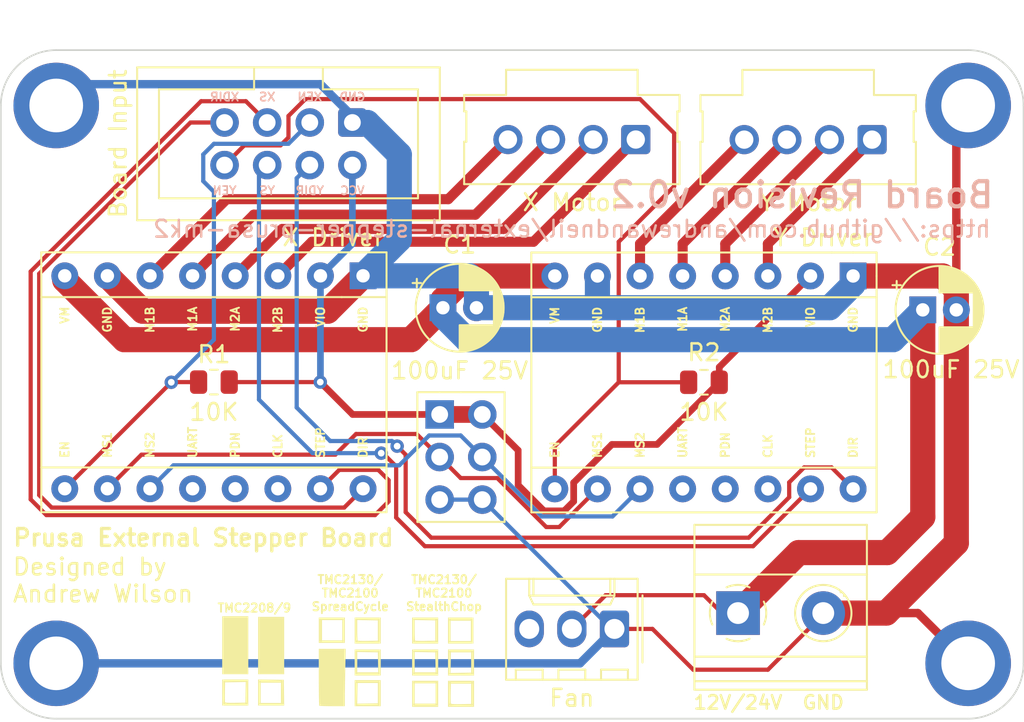
<source format=kicad_pcb>
(kicad_pcb (version 20211014) (generator pcbnew)
  (layers (0 "F.Cu" signal) (31 "B.Cu" signal) (34 "B.Paste" user) (35 "F.Paste" user) (36 "B.SilkS" user "B.Silkscreen") (37 "F.SilkS" user "F.Silkscreen") (38 "B.Mask" user) (39 "F.Mask" user) (44 "Edge.Cuts" user))
  (net 0 "")
  (net 1 "+12V")
  (net 2 "GND")
  (net 3 "VCC")
  (net 4 "/CONFIG1")
  (net 5 "/CONFIG2")
  (net 6 "Net-(J3-Pad3)")
  (net 7 "Net-(J3-Pad5)")
  (net 8 "Net-(J3-Pad7)")
  (net 10 "Net-(J3-Pad4)")
  (net 11 "Net-(J3-Pad6)")
  (net 12 "Net-(J3-Pad8)")
  (net 16 "Net-(XDriver1-Pad6)")
  (net 17 "Net-(XDriver1-Pad5)")
  (net 18 "Net-(XDriver1-Pad4)")
  (net 19 "Net-(XDriver1-Pad3)")
  (net 20 "Net-(YDriver1-Pad3)")
  (net 21 "Net-(YDriver1-Pad4)")
  (net 22 "Net-(YDriver1-Pad5)")
  (net 23 "Net-(YDriver1-Pad6)")
  (footprint "Connector_PinHeader_2.54mm:PinHeader_2x03_P2.54mm_Vertical" (layer "F.Cu") (at 107.437 45.1)
    (fp_text reference "J1" hide)
    (fp_text value "Conn_02x03_Counter_Clockwise")
    (pad "1" thru_hole rect (at 0 0) (size 1.7 1.7) (drill 1) (layers *.Cu *.Mask) (net 3 "VCC"))
    (pad "2" thru_hole oval (at 2.54 0) (size 1.7 1.7) (drill 1) (layers *.Cu *.Mask) (net 3 "VCC"))
    (pad "3" thru_hole oval (at 0 2.54) (size 1.7 1.7) (drill 1) (layers *.Cu *.Mask) (net 4 "/CONFIG1"))
    (pad "4" thru_hole oval (at 2.54 2.54) (size 1.7 1.7) (drill 1) (layers *.Cu *.Mask) (net 5 "/CONFIG2"))
    (pad "5" thru_hole oval (at 0 5.08) (size 1.7 1.7) (drill 1) (layers *.Cu *.Mask) (net 2 "GND"))
    (pad "6" thru_hole oval (at 2.54 5.08) (size 1.7 1.7) (drill 1) (layers *.Cu *.Mask) (net 2 "GND"))
  )
  (footprint "Capacitor_THT:CP_Radial_D5.0mm_P2.00mm" (layer "F.Cu") (at 136.231621 38.862)
    (fp_text reference "C2" (at 1 -3.75) (layer "F.SilkS"))
    (fp_text value "100uF 25V" (at 1.690379 3.556) (layer "F.SilkS"))
    (pad "1" thru_hole rect (at 0 0) (size 1.6 1.6) (drill 0.8) (layers *.Cu *.Mask) (net 1 "+12V"))
    (pad "2" thru_hole circle (at 2 0) (size 1.6 1.6) (drill 0.8) (layers *.Cu *.Mask) (net 2 "GND"))
  )
  (footprint "TerminalBlock_Phoenix:TerminalBlock_Phoenix_MKDS-1,5-2-5.08_1x02_P5.08mm_Horizontal" (layer "F.Cu") (at 125.222 56.947)
    (fp_text reference "J4" hide)
    (fp_text value "Screw_Terminal_01x02")
    (fp_text user "12V/24V" (at 0 5.334 unlocked) (layer "F.SilkS") (effects (font (size 0.8 0.8))))
    (fp_text user "GND" (at 5.08 5.334 unlocked) (layer "F.SilkS") (effects (font (size 0.8 0.8))))
    (pad "1" thru_hole rect (at 0 0) (size 2.6 2.6) (drill 1.3) (layers *.Cu *.Mask) (net 1 "+12V"))
    (pad "2" thru_hole circle (at 5.08 0) (size 2.6 2.6) (drill 1.3) (layers *.Cu *.Mask) (net 2 "GND"))
  )
  (footprint "Connector_Molex:Molex_SL_171971-0004_1x04_P2.54mm_Vertical" (layer "F.Cu") (at 119.126 28.702 180)
    (fp_text reference "X Motor" (at 3.81 -3.75) (layer "F.SilkS"))
    (fp_text value "Conn_01x04_Male")
    (pad "1" thru_hole roundrect (at 0 0 180) (size 1.74 1.74) (drill 1.09) (layers *.Cu *.Mask) (roundrect_rratio 0.1436781609) (net 19 "Net-(XDriver1-Pad3)"))
    (pad "2" thru_hole circle (at 2.54 0 180) (size 1.74 1.74) (drill 1.09) (layers *.Cu *.Mask) (net 18 "Net-(XDriver1-Pad4)"))
    (pad "3" thru_hole circle (at 5.08 0 180) (size 1.74 1.74) (drill 1.09) (layers *.Cu *.Mask) (net 17 "Net-(XDriver1-Pad5)"))
    (pad "4" thru_hole circle (at 7.62 0 180) (size 1.74 1.74) (drill 1.09) (layers *.Cu *.Mask) (net 16 "Net-(XDriver1-Pad6)"))
  )
  (footprint "Connector_Molex:Molex_SL_171971-0004_1x04_P2.54mm_Vertical" (layer "F.Cu") (at 133.211 28.707 180)
    (fp_text reference "Y Motor" (at 3.81 -3.75) (layer "F.SilkS"))
    (fp_text value "Conn_01x04_Male")
    (pad "1" thru_hole roundrect (at 0 0 180) (size 1.74 1.74) (drill 1.09) (layers *.Cu *.Mask) (roundrect_rratio 0.1436781609) (net 20 "Net-(YDriver1-Pad3)"))
    (pad "2" thru_hole circle (at 2.54 0 180) (size 1.74 1.74) (drill 1.09) (layers *.Cu *.Mask) (net 21 "Net-(YDriver1-Pad4)"))
    (pad "3" thru_hole circle (at 5.08 0 180) (size 1.74 1.74) (drill 1.09) (layers *.Cu *.Mask) (net 22 "Net-(YDriver1-Pad5)"))
    (pad "4" thru_hole circle (at 7.62 0 180) (size 1.74 1.74) (drill 1.09) (layers *.Cu *.Mask) (net 23 "Net-(YDriver1-Pad6)"))
  )
  (footprint "Module:Trinamic_Breakout-16_15.2x20.3mm" (layer "F.Cu") (at 102.87 36.83 -90)
    (fp_text reference "XDriver1" hide)
    (fp_text value "Trinamic_Breakout_TMC2208")
    (fp_text user "M1B" (at 1.778 12.7 90 unlocked) (layer "F.SilkS") (effects (font (size 0.5 0.5) (thickness 0.11)) (justify right)))
    (fp_text user "DIR" (at 10.922 0 90 unlocked) (layer "F.SilkS") (effects (font (size 0.5 0.5) (thickness 0.11)) (justify left)))
    (fp_text user "VM" (at 1.778 17.78 90 unlocked) (layer "F.SilkS") (effects (font (size 0.5 0.5) (thickness 0.11)) (justify right)))
    (fp_text user "EN" (at 10.922 17.78 90 unlocked) (layer "F.SilkS") (effects (font (size 0.5 0.5) (thickness 0.11)) (justify left)))
    (fp_text user "M2A" (at 1.778 7.62 90 unlocked) (layer "F.SilkS") (effects (font (size 0.5 0.5) (thickness 0.11)) (justify right)))
    (fp_text user "UART" (at 10.922 10.16 90 unlocked) (layer "F.SilkS") (effects (font (size 0.5 0.5) (thickness 0.11)) (justify left)))
    (fp_text user "PDN" (at 10.922 7.62 90 unlocked) (layer "F.SilkS") (effects (font (size 0.5 0.5) (thickness 0.11)) (justify left)))
    (fp_text user "M2B" (at 1.778 5.08 90 unlocked) (layer "F.SilkS") (effects (font (size 0.5 0.5) (thickness 0.11)) (justify right)))
    (fp_text user "M1A" (at 1.778 10.16 90 unlocked) (layer "F.SilkS") (effects (font (size 0.5 0.5) (thickness 0.11)) (justify right)))
    (fp_text user "MS2" (at 10.922 12.7 90 unlocked) (layer "F.SilkS") (effects (font (size 0.5 0.5) (thickness 0.11)) (justify left)))
    (fp_text user "CLK" (at 10.922 5.08 90 unlocked) (layer "F.SilkS") (effects (font (size 0.5 0.5) (thickness 0.11)) (justify left)))
    (fp_text user "GND" (at 1.778 0 90 unlocked) (layer "F.SilkS") (effects (font (size 0.5 0.5) (thickness 0.11)) (justify right)))
    (fp_text user "X Driver" (at -2.286 1.778 unlocked) (layer "F.SilkS"))
    (fp_text user "STEP" (at 10.922 2.54 90 unlocked) (layer "F.SilkS") (effects (font (size 0.5 0.5) (thickness 0.11)) (justify left)))
    (fp_text user "VIO" (at 1.778 2.54 90 unlocked) (layer "F.SilkS") (effects (font (size 0.5 0.5) (thickness 0.11)) (justify right)))
    (fp_text user "MS1" (at 10.922 15.24 90 unlocked) (layer "F.SilkS") (effects (font (size 0.5 0.5) (thickness 0.11)) (justify left)))
    (fp_text user "GND" (at 1.778 15.24 90 unlocked) (layer "F.SilkS") (effects (font (size 0.5 0.5) (thickness 0.11)) (justify right)))
    (pad "1" thru_hole rect (at 0 0 270) (size 1.6 1.6) (drill 0.8) (layers *.Cu *.Mask) (net 2 "GND"))
    (pad "2" thru_hole oval (at 0 2.54 270) (size 1.6 1.6) (drill 0.8) (layers *.Cu *.Mask) (net 3 "VCC"))
    (pad "3" thru_hole oval (at 0 5.08 270) (size 1.6 1.6) (drill 0.8) (layers *.Cu *.Mask) (net 19 "Net-(XDriver1-Pad3)"))
    (pad "4" thru_hole oval (at 0 7.62 270) (size 1.6 1.6) (drill 0.8) (layers *.Cu *.Mask) (net 18 "Net-(XDriver1-Pad4)"))
    (pad "5" thru_hole oval (at 0 10.16 270) (size 1.6 1.6) (drill 0.8) (layers *.Cu *.Mask) (net 17 "Net-(XDriver1-Pad5)"))
    (pad "6" thru_hole oval (at 0 12.7 270) (size 1.6 1.6) (drill 0.8) (layers *.Cu *.Mask) (net 16 "Net-(XDriver1-Pad6)"))
    (pad "7" thru_hole oval (at 0 15.24 270) (size 1.6 1.6) (drill 0.8) (layers *.Cu *.Mask) (net 2 "GND"))
    (pad "8" thru_hole oval (at 0 17.78 270) (size 1.6 1.6) (drill 0.8) (layers *.Cu *.Mask) (net 1 "+12V"))
    (pad "9" thru_hole oval (at 12.7 17.78 270) (size 1.6 1.6) (drill 0.8) (layers *.Cu *.Mask) (net 6 "Net-(J3-Pad3)"))
    (pad "10" thru_hole oval (at 12.7 15.24 270) (size 1.6 1.6) (drill 0.8) (layers *.Cu *.Mask) (net 4 "/CONFIG1"))
    (pad "11" thru_hole oval (at 12.7 12.7 270) (size 1.6 1.6) (drill 0.8) (layers *.Cu *.Mask) (net 5 "/CONFIG2"))
    (pad "12" thru_hole oval (at 12.7 10.16 270) (size 1.6 1.6) (drill 0.8) (layers *.Cu *.Mask))
    (pad "13" thru_hole oval (at 12.7 7.62 270) (size 1.6 1.6) (drill 0.8) (layers *.Cu *.Mask))
    (pad "14" thru_hole oval (at 12.7 5.08 270) (size 1.6 1.6) (drill 0.8) (layers *.Cu *.Mask))
    (pad "15" thru_hole oval (at 12.7 2.54 270) (size 1.6 1.6) (drill 0.8) (layers *.Cu *.Mask) (net 7 "Net-(J3-Pad5)"))
    (pad "16" thru_hole oval (at 12.7 0 270) (size 1.6 1.6) (drill 0.8) (layers *.Cu *.Mask) (net 8 "Net-(J3-Pad7)"))
  )
  (footprint "Module:Trinamic_Breakout-16_15.2x20.3mm" (layer "F.Cu") (at 132.08 36.84 -90)
    (fp_text reference "YDriver1" hide)
    (fp_text value "Trinamic_Breakout_TMC2208")
    (fp_text user "VIO" (at 1.778 2.54 90 unlocked) (layer "F.SilkS") (effects (font (size 0.5 0.5) (thickness 0.11)) (justify right)))
    (fp_text user "VM" (at 1.778 17.78 90 unlocked) (layer "F.SilkS") (effects (font (size 0.5 0.5) (thickness 0.11)) (justify right)))
    (fp_text user "M1A" (at 1.778 10.16 90 unlocked) (layer "F.SilkS") (effects (font (size 0.5 0.5) (thickness 0.11)) (justify right)))
    (fp_text user "M2B" (at 1.778 5.08 90 unlocked) (layer "F.SilkS") (effects (font (size 0.5 0.5) (thickness 0.11)) (justify right)))
    (fp_text user "DIR" (at 10.922 0 90 unlocked) (layer "F.SilkS") (effects (font (size 0.5 0.5) (thickness 0.11)) (justify left)))
    (fp_text user "MS2" (at 10.922 12.7 90 unlocked) (layer "F.SilkS") (effects (font (size 0.5 0.5) (thickness 0.11)) (justify left)))
    (fp_text user "M1B" (at 1.778 12.7 90 unlocked) (layer "F.SilkS") (effects (font (size 0.5 0.5) (thickness 0.11)) (justify right)))
    (fp_text user "GND" (at 1.778 15.24 90 unlocked) (layer "F.SilkS") (effects (font (size 0.5 0.5) (thickness 0.11)) (justify right)))
    (fp_text user "MS1" (at 10.922 15.24 90 unlocked) (layer "F.SilkS") (effects (font (size 0.5 0.5) (thickness 0.11)) (justify left)))
    (fp_text user "M2A" (at 1.778 7.62 90 unlocked) (layer "F.SilkS") (effects (font (size 0.5 0.5) (thickness 0.11)) (justify right)))
    (fp_text user "UART" (at 10.922 10.16 90 unlocked) (layer "F.SilkS") (effects (font (size 0.5 0.5) (thickness 0.11)) (justify left)))
    (fp_text user "PDN" (at 10.922 7.62 90 unlocked) (layer "F.SilkS") (effects (font (size 0.5 0.5) (thickness 0.11)) (justify left)))
    (fp_text user "Y Driver" (at -2.286 1.778 unlocked) (layer "F.SilkS"))
    (fp_text user "STEP" (at 10.922 2.54 90 unlocked) (layer "F.SilkS") (effects (font (size 0.5 0.5) (thickness 0.11)) (justify left)))
    (fp_text user "CLK" (at 10.922 5.08 90 unlocked) (layer "F.SilkS") (effects (font (size 0.5 0.5) (thickness 0.11)) (justify left)))
    (fp_text user "GND" (at 1.778 0 90 unlocked) (layer "F.SilkS") (effects (font (size 0.5 0.5) (thickness 0.11)) (justify right)))
    (fp_text user "EN" (at 10.922 17.78 90 unlocked) (layer "F.SilkS") (effects (font (size 0.5 0.5) (thickness 0.11)) (justify left)))
    (pad "1" thru_hole rect (at 0 0 270) (size 1.6 1.6) (drill 0.8) (layers *.Cu *.Mask) (net 2 "GND"))
    (pad "2" thru_hole oval (at 0 2.54 270) (size 1.6 1.6) (drill 0.8) (layers *.Cu *.Mask) (net 3 "VCC"))
    (pad "3" thru_hole oval (at 0 5.08 270) (size 1.6 1.6) (drill 0.8) (layers *.Cu *.Mask) (net 20 "Net-(YDriver1-Pad3)"))
    (pad "4" thru_hole oval (at 0 7.62 270) (size 1.6 1.6) (drill 0.8) (layers *.Cu *.Mask) (net 21 "Net-(YDriver1-Pad4)"))
    (pad "5" thru_hole oval (at 0 10.16 270) (size 1.6 1.6) (drill 0.8) (layers *.Cu *.Mask) (net 22 "Net-(YDriver1-Pad5)"))
    (pad "6" thru_hole oval (at 0 12.7 270) (size 1.6 1.6) (drill 0.8) (layers *.Cu *.Mask) (net 23 "Net-(YDriver1-Pad6)"))
    (pad "7" thru_hole oval (at 0 15.24 270) (size 1.6 1.6) (drill 0.8) (layers *.Cu *.Mask) (net 2 "GND"))
    (pad "8" thru_hole oval (at 0 17.78 270) (size 1.6 1.6) (drill 0.8) (layers *.Cu *.Mask) (net 1 "+12V"))
    (pad "9" thru_hole oval (at 12.7 17.78 270) (size 1.6 1.6) (drill 0.8) (layers *.Cu *.Mask) (net 12 "Net-(J3-Pad8)"))
    (pad "10" thru_hole oval (at 12.7 15.24 270) (size 1.6 1.6) (drill 0.8) (layers *.Cu *.Mask) (net 4 "/CONFIG1"))
    (pad "11" thru_hole oval (at 12.7 12.7 270) (size 1.6 1.6) (drill 0.8) (layers *.Cu *.Mask) (net 5 "/CONFIG2"))
    (pad "12" thru_hole oval (at 12.7 10.16 270) (size 1.6 1.6) (drill 0.8) (layers *.Cu *.Mask))
    (pad "13" thru_hole oval (at 12.7 7.62 270) (size 1.6 1.6) (drill 0.8) (layers *.Cu *.Mask))
    (pad "14" thru_hole oval (at 12.7 5.08 270) (size 1.6 1.6) (drill 0.8) (layers *.Cu *.Mask))
    (pad "15" thru_hole oval (at 12.7 2.54 270) (size 1.6 1.6) (drill 0.8) (layers *.Cu *.Mask) (net 11 "Net-(J3-Pad6)"))
    (pad "16" thru_hole oval (at 12.7 0 270) (size 1.6 1.6) (drill 0.8) (layers *.Cu *.Mask) (net 10 "Net-(J3-Pad4)"))
  )
  (footprint "LOGO" (layer "F.Cu") (at 101.981 59.817)
    (fp_text reference "G***" hide)
    (fp_text value "LOGO" hide)
  )
  (footprint "Resistor_SMD:R_0805_2012Metric" (layer "F.Cu") (at 93.98 43.17)
    (fp_text reference "R1" (at 0 -1.65) (layer "F.SilkS"))
    (fp_text value "10K" (at 0 1.788) (layer "F.SilkS"))
    (pad "1" smd roundrect (at -0.9125 0) (size 1.025 1.4) (layers "F.Cu" "F.Paste" "F.Mask") (roundrect_rratio 0.243902439) (net 6 "Net-(J3-Pad3)"))
    (pad "2" smd roundrect (at 0.9125 0) (size 1.025 1.4) (layers "F.Cu" "F.Paste" "F.Mask") (roundrect_rratio 0.243902439) (net 3 "VCC"))
  )
  (footprint "Connector_IDC:IDC-Header_2x04_P2.54mm_Vertical" (layer "F.Cu") (at 102.235 27.686 -90)
    (fp_text reference "Board Input" (at 1.27 13.97 90) (layer "F.SilkS"))
    (fp_text value "Conn_02x04_Odd_Even")
    (pad "1" thru_hole roundrect (at 0 0 270) (size 1.7 1.7) (drill 1) (layers *.Cu *.Mask) (roundrect_rratio 0.1470588235) (net 2 "GND"))
    (pad "2" thru_hole circle (at 2.54 0 270) (size 1.7 1.7) (drill 1) (layers *.Cu *.Mask) (net 3 "VCC"))
    (pad "3" thru_hole circle (at 0 2.54 270) (size 1.7 1.7) (drill 1) (layers *.Cu *.Mask) (net 6 "Net-(J3-Pad3)"))
    (pad "4" thru_hole circle (at 2.54 2.54 270) (size 1.7 1.7) (drill 1) (layers *.Cu *.Mask) (net 10 "Net-(J3-Pad4)"))
    (pad "5" thru_hole circle (at 0 5.08 270) (size 1.7 1.7) (drill 1) (layers *.Cu *.Mask) (net 7 "Net-(J3-Pad5)"))
    (pad "6" thru_hole circle (at 2.54 5.08 270) (size 1.7 1.7) (drill 1) (layers *.Cu *.Mask) (net 11 "Net-(J3-Pad6)"))
    (pad "7" thru_hole circle (at 0 7.62 270) (size 1.7 1.7) (drill 1) (layers *.Cu *.Mask) (net 8 "Net-(J3-Pad7)"))
    (pad "8" thru_hole circle (at 2.54 7.62 270) (size 1.7 1.7) (drill 1) (layers *.Cu *.Mask) (net 12 "Net-(J3-Pad8)"))
  )
  (footprint "Connector_Molex:Molex_KK-254_AE-6410-03A_1x03_P2.54mm_Vertical" (layer "F.Cu") (at 117.856 57.892 180)
    (fp_text reference "Fan" (at 2.54 -4.12) (layer "F.SilkS"))
    (fp_text value "Conn_01x03_Male")
    (pad "1" thru_hole roundrect (at 0 0 180) (size 1.74 2.19) (drill 1.19) (layers *.Cu *.Mask) (roundrect_rratio 0.1436781609) (net 2 "GND"))
    (pad "2" thru_hole oval (at 2.54 0 180) (size 1.74 2.19) (drill 1.19) (layers *.Cu *.Mask) (net 1 "+12V"))
    (pad "3" thru_hole oval (at 5.08 0 180) (size 1.74 2.19) (drill 1.19) (layers *.Cu *.Mask))
  )
  (footprint "Capacitor_THT:CP_Radial_D5.0mm_P2.00mm" (layer "F.Cu") (at 107.629888 38.735)
    (fp_text reference "C1" (at 1 -3.75) (layer "F.SilkS"))
    (fp_text value "100uF 25V" (at 1 3.75) (layer "F.SilkS"))
    (pad "1" thru_hole rect (at 0 0) (size 1.6 1.6) (drill 0.8) (layers *.Cu *.Mask) (net 1 "+12V"))
    (pad "2" thru_hole circle (at 2 0) (size 1.6 1.6) (drill 0.8) (layers *.Cu *.Mask) (net 2 "GND"))
  )
  (footprint "Resistor_SMD:R_0805_2012Metric" (layer "F.Cu") (at 123.19 43.18 180)
    (fp_text reference "R2" (at 0 1.778) (layer "F.SilkS"))
    (fp_text value "10K" (at 0 -1.778) (layer "F.SilkS"))
    (pad "1" smd roundrect (at -0.9125 0 180) (size 1.025 1.4) (layers "F.Cu" "F.Paste" "F.Mask") (roundrect_rratio 0.243902439) (net 3 "VCC"))
    (pad "2" smd roundrect (at 0.9125 0 180) (size 1.025 1.4) (layers "F.Cu" "F.Paste" "F.Mask") (roundrect_rratio 0.243902439) (net 12 "Net-(J3-Pad8)"))
  )
  (gr_arc (start 142.24 59.944) (mid 141.272867 62.278867) (end 138.938 63.246) (layer "Edge.Cuts") (width 0.1))
  (gr_line (start 142.24 26.67) (end 142.24 59.944) (layer "Edge.Cuts") (width 0.1))
  (gr_arc (start 84.582 63.246) (mid 82.247133 62.278867) (end 81.28 59.944) (layer "Edge.Cuts") (width 0.1))
  (gr_line (start 81.28 59.944) (end 81.28 26.67) (layer "Edge.Cuts") (width 0.1))
  (gr_arc (start 138.938 23.368) (mid 141.272867 24.335133) (end 142.24 26.67) (layer "Edge.Cuts") (width 0.1))
  (gr_line (start 138.938 63.246) (end 84.582 63.246) (layer "Edge.Cuts") (width 0.1))
  (gr_line (start 138.938 23.368) (end 84.582 23.368) (layer "Edge.Cuts") (width 0.1))
  (gr_arc (start 81.28 26.67) (mid 82.247133 24.335133) (end 84.582 23.368) (layer "Edge.Cuts") (width 0.1))
  (gr_text "https://github.com/andrewandneil/external-stepper-prusa-mk2" (at 115.316 34.036) (layer "B.SilkS") (effects (font (size 1 1)) (justify mirror)))
  (gr_text "GND" (at 102.235 26.162) (layer "B.SilkS") (effects (font (size 0.5 0.5) (thickness 0.1)) (justify mirror)))
  (gr_text "YDIR" (at 99.695 31.75) (layer "B.SilkS") (effects (font (size 0.5 0.5) (thickness 0.1)) (justify mirror)))
  (gr_text "VCC" (at 102.235 31.75) (layer "B.SilkS") (effects (font (size 0.5 0.5) (thickness 0.1)) (justify mirror)))
  (gr_text "YS" (at 97.155 31.75) (layer "B.SilkS") (effects (font (size 0.5 0.5) (thickness 0.1)) (justify mirror)))
  (gr_text "Board Revision v0.2" (at 129.032 32.004) (layer "B.SilkS") (effects (font (size 1.5 1.5) (thickness 0.25)) (justify mirror)))
  (gr_text "XDIR\n" (at 94.615 26.162) (layer "B.SilkS") (effects (font (size 0.5 0.5) (thickness 0.1)) (justify mirror)))
  (gr_text "XEN\n" (at 99.695 26.162) (layer "B.SilkS") (effects (font (size 0.5 0.5) (thickness 0.1)) (justify mirror)))
  (gr_text "XS" (at 97.155 26.162) (layer "B.SilkS") (effects (font (size 0.5 0.5) (thickness 0.1)) (justify mirror)))
  (gr_text "YEN" (at 94.615 31.75) (layer "B.SilkS") (effects (font (size 0.5 0.5) (thickness 0.1)) (justify mirror)))
  (gr_text "TMC2130/\nTMC2100\nStealthChop" (at 107.696 55.753) (layer "F.SilkS") (effects (font (size 0.5 0.5) (thickness 0.11))))
  (gr_text "Prusa External Stepper Board" (at 81.915 52.451) (layer "F.SilkS") (effects (font (size 1 1) (thickness 0.2)) (justify left)))
  (gr_text "Designed by\nAndrew Wilson\n" (at 81.915 54.991) (layer "F.SilkS") (effects (font (size 1 1)) (justify left)))
  (gr_text "TMC2130/\nTMC2100\nSpreadCycle" (at 102.108 55.753) (layer "F.SilkS") (effects (font (size 0.5 0.5) (thickness 0.11))))
  (gr_text "TMC2208/9" (at 96.393 56.642) (layer "F.SilkS") (effects (font (size 0.5 0.5) (thickness 0.11))))
  (segment (start 107.629888 38.735) (end 107.629888 38.260817) (width 1.5) (layer "F.Cu") (net 1))
  (segment (start 107.629888 38.260817) (end 109.050705 36.84) (width 1.5) (layer "F.Cu") (net 1))
  (segment (start 125.222 56.947) (end 124.257 56.947) (width 0.25) (layer "F.Cu") (net 1))
  (segment (start 117.328 55.88) (end 123.19 55.88) (width 0.25) (layer "F.Cu") (net 1))
  (segment (start 125.222 56.947) (end 128.829 53.34) (width 1.5) (layer "F.Cu") (net 1))
  (segment (start 88.646 40.64) (end 105.724888 40.64) (width 1.5) (layer "F.Cu") (net 1))
  (segment (start 85.09 36.83) (end 85.09 37.084) (width 1.5) (layer "F.Cu") (net 1))
  (segment (start 128.829 53.34) (end 134.112 53.34) (width 1.5) (layer "F.Cu") (net 1))
  (segment (start 115.316 57.892) (end 117.328 55.88) (width 0.25) (layer "F.Cu") (net 1))
  (segment (start 85.09 37.084) (end 88.646 40.64) (width 1.5) (layer "F.Cu") (net 1))
  (segment (start 124.257 56.947) (end 123.19 55.88) (width 0.25) (layer "F.Cu") (net 1))
  (segment (start 136.231621 51.220379) (end 136.231621 38.862) (width 1.5) (layer "F.Cu") (net 1))
  (segment (start 109.050705 36.84) (end 114.3 36.84) (width 1.5) (layer "F.Cu") (net 1))
  (segment (start 134.112 53.34) (end 136.231621 51.220379) (width 1.5) (layer "F.Cu") (net 1))
  (segment (start 105.724888 40.64) (end 107.629888 38.735) (width 1.5) (layer "F.Cu") (net 1))
  (segment (start 109.060705 40.64) (end 134.453621 40.64) (width 1.5) (layer "B.Cu") (net 1))
  (segment (start 107.629888 38.735) (end 107.629888 39.209183) (width 1.5) (layer "B.Cu") (net 1))
  (segment (start 134.453621 40.64) (end 136.231621 38.862) (width 1.5) (layer "B.Cu") (net 1))
  (segment (start 107.629888 39.209183) (end 109.060705 40.64) (width 1.5) (layer "B.Cu") (net 1))
  (segment (start 138.231621 38.862) (end 138.231621 37.647621) (width 1.5) (layer "F.Cu") (net 2))
  (segment (start 130.302 57.023) (end 130.302 56.947) (width 0.25) (layer "F.Cu") (net 2))
  (segment (start 127 60.325) (end 130.302 57.023) (width 0.25) (layer "F.Cu") (net 2))
  (segment (start 134.061 56.947) (end 138.231621 52.776379) (width 1.5) (layer "F.Cu") (net 2))
  (segment (start 117.856 57.892) (end 120.122 57.892) (width 0.25) (layer "F.Cu") (net 2))
  (segment (start 138.231621 52.776379) (end 138.231621 38.862) (width 1.5) (layer "F.Cu") (net 2))
  (segment (start 120.122 57.892) (end 122.555 60.325) (width 0.25) (layer "F.Cu") (net 2))
  (segment (start 130.302 56.947) (end 134.061 56.947) (width 1.5) (layer "F.Cu") (net 2))
  (segment (start 89.74048 38.94048) (end 100.75952 38.94048) (width 1.5) (layer "F.Cu") (net 2))
  (segment (start 130.302 56.947) (end 133.1975 56.947) (width 0.5) (layer "F.Cu") (net 2))
  (segment (start 133.1975 56.947) (end 135.941 56.947) (width 0.5) (layer "F.Cu") (net 2))
  (segment (start 138.231621 37.647621) (end 137.424 36.84) (width 1.5) (layer "F.Cu") (net 2))
  (segment (start 138.938 26.67) (end 138.231621 27.376379) (width 0.5) (layer "F.Cu") (net 2))
  (segment (start 122.555 60.325) (end 127 60.325) (width 0.25) (layer "F.Cu") (net 2))
  (segment (start 135.941 56.947) (end 138.938 59.944) (width 0.5) (layer "F.Cu") (net 2))
  (segment (start 138.231621 27.376379) (end 138.231621 38.862) (width 0.5) (layer "F.Cu") (net 2))
  (segment (start 87.63 36.83) (end 89.74048 38.94048) (width 1.5) (layer "F.Cu") (net 2))
  (segment (start 100.75952 38.94048) (end 102.87 36.83) (width 1.5) (layer "F.Cu") (net 2))
  (segment (start 137.424 36.84) (end 132.08 36.84) (width 1.5) (layer "F.Cu") (net 2))
  (via (at 84.582 59.944) (size 5.1) (drill 3.2) (layers "F.Cu" "B.Cu") (net 2))
  (via (at 138.938 59.944) (size 5.1) (drill 3.2) (layers "F.Cu" "B.Cu") (net 2))
  (via (at 84.582 26.67) (size 5.1) (drill 3.2) (layers "F.Cu" "B.Cu") (net 2))
  (via (at 138.938 26.67) (size 5.1) (drill 3.2) (layers "F.Cu" "B.Cu") (net 2))
  (segment (start 107.437 50.18) (end 109.977 50.18) (width 0.25) (layer "B.Cu") (net 2))
  (segment (start 105.029 34.671) (end 105.029 29.591) (width 1.5) (layer "B.Cu") (net 2))
  (segment (start 130.683 38.735) (end 116.713 38.735) (width 1.5) (layer "B.Cu") (net 2))
  (segment (start 132.08 37.338) (end 130.683 38.735) (width 1.5) (layer "B.Cu") (net 2))
  (segment (start 115.804 59.944) (end 117.856 57.892) (width 0.5) (layer "B.Cu") (net 2))
  (segment (start 100.33 25.4) (end 102.235 27.305) (width 0.5) (layer "B.Cu") (net 2))
  (segment (start 109.22391 36.83) (end 102.87 36.83) (width 1.5) (layer "B.Cu") (net 2))
  (segment (start 116.84 38.608) (end 116.713 38.735) (width 1.5) (layer "B.Cu") (net 2))
  (segment (start 84.582 59.944) (end 115.804 59.944) (width 0.5) (layer "B.Cu") (net 2))
  (segment (start 117.689 57.892) (end 117.856 57.892) (width 0.25) (layer "B.Cu") (net 2))
  (segment (start 85.852 25.4) (end 100.33 25.4) (width 0.5) (layer "B.Cu") (net 2))
  (segment (start 102.87 36.83) (end 105.029 34.671) (width 1.5) (layer "B.Cu") (net 2))
  (segment (start 109.629888 37.235978) (end 109.22391 36.83) (width 1.5) (layer "B.Cu") (net 2))
  (segment (start 109.629888 38.735) (end 109.629888 37.235978) (width 1.5) (layer "B.Cu") (net 2))
  (segment (start 132.08 36.84) (end 132.08 37.338) (width 1.5) (layer "B.Cu") (net 2))
  (segment (start 109.977 50.18) (end 117.689 57.892) (width 0.25) (layer "B.Cu") (net 2))
  (segment (start 116.713 38.735) (end 109.629888 38.735) (width 1.5) (layer "B.Cu") (net 2))
  (segment (start 105.029 29.591) (end 103.124 27.686) (width 1.5) (layer "B.Cu") (net 2))
  (segment (start 102.235 27.305) (end 102.235 27.686) (width 0.5) (layer "B.Cu") (net 2))
  (segment (start 103.124 27.686) (end 102.235 27.686) (width 1.5) (layer "B.Cu") (net 2))
  (segment (start 84.582 26.67) (end 85.852 25.4) (width 0.5) (layer "B.Cu") (net 2))
  (segment (start 116.84 36.84) (end 116.84 38.608) (width 1.5) (layer "B.Cu") (net 2))
  (segment (start 114.8588 50.8508) (end 115.424511 50.285089) (width 0.4) (layer "F.Cu") (net 3))
  (segment (start 117.7036 46.8884) (end 120.3941 46.8884) (width 0.4) (layer "F.Cu") (net 3))
  (segment (start 94.8925 43.17) (end 100.32 43.17) (width 0.25) (layer "F.Cu") (net 3))
  (segment (start 102.25 45.1) (end 107.437 45.1) (width 0.4) (layer "F.Cu") (net 3))
  (segment (start 112.1156 49.315256) (end 113.651144 50.8508) (width 0.4) (layer "F.Cu") (net 3))
  (segment (start 113.651144 50.8508) (end 114.8588 50.8508) (width 0.4) (layer "F.Cu") (net 3))
  (segment (start 112.1156 47.2386) (end 112.1156 49.315256) (width 0.4) (layer "F.Cu") (net 3))
  (segment (start 120.3941 46.8884) (end 124.1025 43.18) (width 0.4) (layer "F.Cu") (net 3))
  (segment (start 124.1025 43.18) (end 124.1025 42.2775) (width 0.4) (layer "F.Cu") (net 3))
  (segment (start 115.424511 49.167489) (end 117.7036 46.8884) (width 0.4) (layer "F.Cu") (net 3))
  (segment (start 115.424511 50.285089) (end 115.424511 49.167489) (width 0.4) (layer "F.Cu") (net 3))
  (segment (start 107.437 45.1) (end 109.977 45.1) (width 1) (layer "F.Cu") (net 3))
  (segment (start 100.32 43.17) (end 102.25 45.1) (width 0.4) (layer "F.Cu") (net 3))
  (segment (start 109.977 45.1) (end 112.1156 47.2386) (width 0.4) (layer "F.Cu") (net 3))
  (segment (start 124.1025 42.2775) (end 129.54 36.84) (width 0.4) (layer "F.Cu") (net 3))
  (via (at 100.32 43.17) (size 0.8) (drill 0.4) (layers "F.Cu" "B.Cu") (net 3))
  (segment (start 102.235 34.925) (end 100.33 36.83) (width 0.4) (layer "B.Cu") (net 3))
  (segment (start 100.33 43.16) (end 100.33 36.83) (width 0.4) (layer "B.Cu") (net 3))
  (segment (start 100.32 43.17) (end 100.33 43.16) (width 0.25) (layer "B.Cu") (net 3))
  (segment (start 102.235 30.226) (end 102.235 34.925) (width 0.4) (layer "B.Cu") (net 3))
  (segment (start 110.871 48.895) (end 113.792 51.816) (width 0.25) (layer "F.Cu") (net 4))
  (segment (start 107.437 47.64) (end 108.692 48.895) (width 0.25) (layer "F.Cu") (net 4))
  (segment (start 113.792 51.816) (end 114.564 51.816) (width 0.25) (layer "F.Cu") (net 4))
  (segment (start 101.219 47.498) (end 89.662 47.498) (width 0.25) (layer "F.Cu") (net 4))
  (segment (start 102.451511 46.265489) (end 101.219 47.498) (width 0.25) (layer "F.Cu") (net 4))
  (segment (start 114.564 51.816) (end 116.84 49.54) (width 0.25) (layer "F.Cu") (net 4))
  (segment (start 107.437 47.64) (end 106.062489 46.265489) (width 0.25) (layer "F.Cu") (net 4))
  (segment (start 89.662 47.498) (end 87.63 49.53) (width 0.25) (layer "F.Cu") (net 4))
  (segment (start 108.692 48.895) (end 110.871 48.895) (width 0.25) (layer "F.Cu") (net 4))
  (segment (start 106.062489 46.265489) (end 102.451511 46.265489) (width 0.25) (layer "F.Cu") (net 4))
  (segment (start 91.567 48.133) (end 105.029 48.133) (width 0.25) (layer "B.Cu") (net 5))
  (segment (start 106.807 46.355) (end 108.692 46.355) (width 0.25) (layer "B.Cu") (net 5))
  (segment (start 113.518 51.181) (end 109.977 47.64) (width 0.25) (layer "B.Cu") (net 5))
  (segment (start 90.17 49.53) (end 91.567 48.133) (width 0.25) (layer "B.Cu") (net 5))
  (segment (start 117.739 51.181) (end 113.518 51.181) (width 0.25) (layer "B.Cu") (net 5))
  (segment (start 119.38 49.54) (end 117.739 51.181) (width 0.25) (layer "B.Cu") (net 5))
  (segment (start 108.692 46.355) (end 109.977 47.64) (width 0.25) (layer "B.Cu") (net 5))
  (segment (start 105.029 48.133) (end 106.807 46.355) (width 0.25) (layer "B.Cu") (net 5))
  (segment (start 91.44 43.18) (end 91.45 43.17) (width 0.25) (layer "F.Cu") (net 6))
  (segment (start 85.09 49.53) (end 91.44 43.18) (width 0.25) (layer "F.Cu") (net 6))
  (segment (start 91.45 43.17) (end 93.0675 43.17) (width 0.25) (layer "F.Cu") (net 6))
  (via (at 91.44 43.18) (size 0.8) (drill 0.4) (layers "F.Cu" "B.Cu") (net 6))
  (segment (start 93.98 31.818505) (end 93.345 31.183505) (width 0.25) (layer "B.Cu") (net 6))
  (segment (start 93.98 40.64) (end 93.98 31.818505) (width 0.25) (layer "B.Cu") (net 6))
  (segment (start 93.98 28.956) (end 98.425 28.956) (width 0.25) (layer "B.Cu") (net 6))
  (segment (start 98.425 28.956) (end 99.695 27.686) (width 0.25) (layer "B.Cu") (net 6))
  (segment (start 93.345 29.591) (end 93.98 28.956) (width 0.25) (layer "B.Cu") (net 6))
  (segment (start 93.345 31.183505) (end 93.345 29.591) (width 0.25) (layer "B.Cu") (net 6))
  (segment (start 91.44 43.18) (end 93.98 40.64) (width 0.25) (layer "B.Cu") (net 6))
  (segment (start 93.217282 26.416) (end 83.058 36.575282) (width 0.25) (layer "F.Cu") (net 7))
  (segment (start 83.058 36.575282) (end 83.058 50.165) (width 0.25) (layer "F.Cu") (net 7))
  (segment (start 83.997031 51.104031) (end 103.581969 51.104031) (width 0.25) (layer "F.Cu") (net 7))
  (segment (start 104.394 50.292) (end 104.394 49.022) (width 0.25) (layer "F.Cu") (net 7))
  (segment (start 95.885 26.416) (end 93.217282 26.416) (width 0.25) (layer "F.Cu") (net 7))
  (segment (start 103.581969 51.104031) (end 104.394 50.292) (width 0.25) (layer "F.Cu") (net 7))
  (segment (start 104.394 49.022) (end 103.777489 48.405489) (width 0.25) (layer "F.Cu") (net 7))
  (segment (start 103.777489 48.405489) (end 101.454511 48.405489) (width 0.25) (layer "F.Cu") (net 7))
  (segment (start 101.454511 48.405489) (end 100.33 49.53) (width 0.25) (layer "F.Cu") (net 7))
  (segment (start 83.058 50.165) (end 83.997031 51.104031) (width 0.25) (layer "F.Cu") (net 7))
  (segment (start 97.155 27.686) (end 95.885 26.416) (width 0.25) (layer "F.Cu") (net 7))
  (segment (start 92.583 27.686) (end 94.615 27.686) (width 0.25) (layer "F.Cu") (net 8))
  (segment (start 102.87 49.53) (end 101.745489 50.654511) (width 0.25) (layer "F.Cu") (net 8))
  (segment (start 101.745489 50.654511) (end 84.309511 50.654511) (width 0.25) (layer "F.Cu") (net 8))
  (segment (start 83.566 49.911) (end 83.566 36.703) (width 0.25) (layer "F.Cu") (net 8))
  (segment (start 83.566 36.703) (end 92.583 27.686) (width 0.25) (layer "F.Cu") (net 8))
  (segment (start 84.309511 50.654511) (end 83.566 49.911) (width 0.25) (layer "F.Cu") (net 8))
  (segment (start 105.41 50.927) (end 106.934 52.451) (width 0.25) (layer "F.Cu") (net 10))
  (segment (start 105.41 47.498) (end 105.41 50.927) (width 0.25) (layer "F.Cu") (net 10))
  (segment (start 129.159 48.26) (end 130.8 48.26) (width 0.25) (layer "F.Cu") (net 10))
  (segment (start 130.8 48.26) (end 132.08 49.54) (width 0.25) (layer "F.Cu") (net 10))
  (segment (start 128.27 50.038) (end 128.27 49.149) (width 0.25) (layer "F.Cu") (net 10))
  (segment (start 125.857 52.451) (end 128.27 50.038) (width 0.25) (layer "F.Cu") (net 10))
  (segment (start 128.27 49.149) (end 129.159 48.26) (width 0.25) (layer "F.Cu") (net 10))
  (segment (start 106.934 52.451) (end 125.857 52.451) (width 0.25) (layer "F.Cu") (net 10))
  (segment (start 104.902 46.99) (end 105.41 47.498) (width 0.25) (layer "F.Cu") (net 10))
  (via (at 104.902 46.99) (size 0.8) (drill 0.4) (layers "F.Cu" "B.Cu") (net 10))
  (segment (start 98.914511 44.685511) (end 98.914511 31.006489) (width 0.25) (layer "B.Cu") (net 10))
  (segment (start 104.595989 46.683989) (end 100.912989 46.683989) (width 0.25) (layer "B.Cu") (net 10))
  (segment (start 98.914511 31.006489) (end 99.695 30.226) (width 0.25) (layer "B.Cu") (net 10))
  (segment (start 100.912989 46.683989) (end 98.914511 44.685511) (width 0.25) (layer "B.Cu") (net 10))
  (segment (start 104.902 46.99) (end 104.595989 46.683989) (width 0.25) (layer "B.Cu") (net 10))
  (segment (start 104.84352 48.20152) (end 104.84352 51.24952) (width 0.25) (layer "F.Cu") (net 11))
  (segment (start 104.050489 47.408489) (end 104.84352 48.20152) (width 0.25) (layer "F.Cu") (net 11))
  (segment (start 126.121 52.959) (end 129.54 49.54) (width 0.25) (layer "F.Cu") (net 11))
  (segment (start 103.953789 47.408489) (end 104.050489 47.408489) (width 0.25) (layer "F.Cu") (net 11))
  (segment (start 104.84352 51.24952) (end 106.553 52.959) (width 0.25) (layer "F.Cu") (net 11))
  (segment (start 106.553 52.959) (end 126.121 52.959) (width 0.25) (layer "F.Cu") (net 11))
  (via (at 103.953789 47.408489) (size 0.8) (drill 0.4) (layers "F.Cu" "B.Cu") (net 11))
  (segment (start 99.859489 47.408489) (end 96.665489 44.214489) (width 0.25) (layer "B.Cu") (net 11))
  (segment (start 96.665489 44.214489) (end 96.665489 30.715511) (width 0.25) (layer "B.Cu") (net 11))
  (segment (start 96.665489 30.715511) (end 97.155 30.226) (width 0.25) (layer "B.Cu") (net 11))
  (segment (start 103.953789 47.408489) (end 99.859489 47.408489) (width 0.25) (layer "B.Cu") (net 11))
  (segment (start 118.11 43.18) (end 118.11 34.798) (width 0.25) (layer "F.Cu") (net 12))
  (segment (start 98.425 27.29499) (end 98.425 28.575) (width 0.25) (layer "F.Cu") (net 12))
  (segment (start 118.11 34.798) (end 121.412 31.496) (width 0.25) (layer "F.Cu") (net 12))
  (segment (start 97.948511 29.051489) (end 95.789511 29.051489) (width 0.25) (layer "F.Cu") (net 12))
  (segment (start 118.11 43.18) (end 122.2775 43.18) (width 0.25) (layer "F.Cu") (net 12))
  (segment (start 114.3 49.54) (end 114.3 46.99) (width 0.25) (layer "F.Cu") (net 12))
  (segment (start 119.38 26.289) (end 99.43099 26.289) (width 0.25) (layer "F.Cu") (net 12))
  (segment (start 95.789511 29.051489) (end 94.615 30.226) (width 0.25) (layer "F.Cu") (net 12))
  (segment (start 114.3 46.99) (end 118.11 43.18) (width 0.25) (layer "F.Cu") (net 12))
  (segment (start 121.412 31.496) (end 121.412 28.321) (width 0.25) (layer "F.Cu") (net 12))
  (segment (start 98.425 28.575) (end 97.948511 29.051489) (width 0.25) (layer "F.Cu") (net 12))
  (segment (start 99.43099 26.289) (end 98.425 27.29499) (width 0.25) (layer "F.Cu") (net 12))
  (segment (start 121.412 28.321) (end 119.38 26.289) (width 0.25) (layer "F.Cu") (net 12))
  (segment (start 107.95 32.258) (end 111.506 28.702) (width 0.6) (layer "F.Cu") (net 16))
  (segment (start 90.17 36.83) (end 94.742 32.258) (width 0.6) (layer "F.Cu") (net 16))
  (segment (start 94.742 32.258) (end 107.95 32.258) (width 0.6) (layer "F.Cu") (net 16))
  (segment (start 109.56552 33.18248) (end 114.046 28.702) (width 0.6) (layer "F.Cu") (net 17))
  (segment (start 92.71 36.83) (end 96.35752 33.18248) (width 0.6) (layer "F.Cu") (net 17))
  (segment (start 96.35752 33.18248) (end 109.56552 33.18248) (width 0.6) (layer "F.Cu") (net 17))
  (segment (start 98.044 34.036) (end 111.252 34.036) (width 0.6) (layer "F.Cu") (net 18))
  (segment (start 111.252 34.036) (end 116.586 28.702) (width 0.6) (layer "F.Cu") (net 18))
  (segment (start 95.25 36.83) (end 98.044 34.036) (width 0.6) (layer "F.Cu") (net 18))
  (segment (start 97.79 36.83) (end 99.822 34.798) (width 0.6) (layer "F.Cu") (net 19))
  (segment (start 113.03 34.798) (end 119.126 28.702) (width 0.6) (layer "F.Cu") (net 19))
  (segment (start 99.822 34.798) (end 113.03 34.798) (width 0.6) (layer "F.Cu") (net 19))
  (segment (start 127 34.918) (end 133.211 28.707) (width 0.6) (layer "F.Cu") (net 20))
  (segment (start 127 36.84) (end 127 34.918) (width 0.6) (layer "F.Cu") (net 20))
  (segment (start 124.46 34.918) (end 130.671 28.707) (width 0.6) (layer "F.Cu") (net 21))
  (segment (start 124.46 36.84) (end 124.46 34.918) (width 0.6) (layer "F.Cu") (net 21))
  (segment (start 121.92 36.84) (end 121.92 34.918) (width 0.6) (layer "F.Cu") (net 22))
  (segment (start 121.92 34.918) (end 128.131 28.707) (width 0.6) (layer "F.Cu") (net 22))
  (segment (start 119.38 34.918) (end 125.591 28.707) (width 0.6) (layer "F.Cu") (net 23))
  (segment (start 119.38 36.84) (end 119.38 34.918) (width 0.6) (layer "F.Cu") (net 23))
)
</source>
